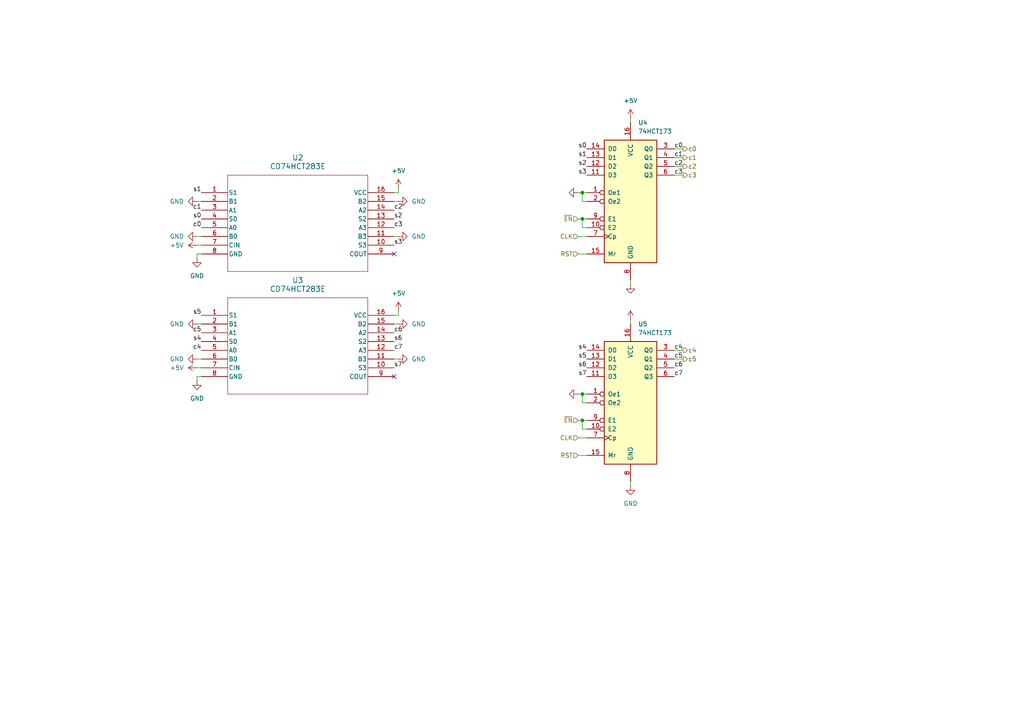
<source format=kicad_sch>
(kicad_sch (version 20231120) (generator "eeschema") (generator_version "8.0")
  (paper "A4")
  (lib_symbols
    (symbol "4bit_full_adder:CD74HCT283E" (pin_names (offset 0.254))
      (property "Reference" "U" (at 27.94 10.16 0))
      (property "Value" "CD74HCT283E" (at 27.94 7.62 0))
      (symbol "CD74HCT283E_0_1"
        (polyline (pts (xy 7.62 -22.86) (xy 48.26 -22.86)) (stroke (width 0.127)))
        (polyline (pts (xy 7.62 5.08) (xy 7.62 -22.86)) (stroke (width 0.127)))
        (polyline (pts (xy 48.26 -22.86) (xy 48.26 5.08)) (stroke (width 0.127)))
        (polyline (pts (xy 48.26 5.08) (xy 7.62 5.08)) (stroke (width 0.127)))
        (pin output line (at 0 0 0) (length 7.62) (name "S1") (number "1"))
        (pin output line (at 55.88 -15.24 180) (length 7.62) (name "S3") (number "10"))
        (pin input line (at 55.88 -12.7 180) (length 7.62) (name "B3") (number "11"))
        (pin input line (at 55.88 -10.16 180) (length 7.62) (name "A3") (number "12"))
        (pin output line (at 55.88 -7.62 180) (length 7.62) (name "S2") (number "13"))
        (pin input line (at 55.88 -5.08 180) (length 7.62) (name "A2") (number "14"))
        (pin input line (at 55.88 -2.54 180) (length 7.62) (name "B2") (number "15"))
        (pin power_in line (at 55.88 0 180) (length 7.62) (name "VCC") (number "16"))
        (pin input line (at 0 -2.54 0) (length 7.62) (name "B1") (number "2"))
        (pin input line (at 0 -5.08 0) (length 7.62) (name "A1") (number "3"))
        (pin output line (at 0 -7.62 0) (length 7.62) (name "S0") (number "4"))
        (pin input line (at 0 -10.16 0) (length 7.62) (name "A0") (number "5"))
        (pin input line (at 0 -12.7 0) (length 7.62) (name "B0") (number "6"))
        (pin input line (at 0 -15.24 0) (length 7.62) (name "CIN") (number "7"))
        (pin power_in line (at 0 -17.78 0) (length 7.62) (name "GND") (number "8"))
        (pin output line (at 55.88 -17.78 180) (length 7.62) (name "COUT") (number "9"))
      )
    )
    (symbol "74xx:74HCT173" (pin_names (offset 1.016))
      (property "Reference" "U" (at -7.62 19.05 0))
      (property "Value" "74HCT173" (at -7.62 -19.05 0))
      (symbol "74HCT173_1_0"
        (pin input inverted (at -12.7 2.54 0) (length 5.08) (name "Oe1") (number "1"))
        (pin input inverted (at -12.7 -7.62 0) (length 5.08) (name "E2") (number "10"))
        (pin input line (at -12.7 7.62 0) (length 5.08) (name "D3") (number "11"))
        (pin input line (at -12.7 10.16 0) (length 5.08) (name "D2") (number "12"))
        (pin input line (at -12.7 12.7 0) (length 5.08) (name "D1") (number "13"))
        (pin input line (at -12.7 15.24 0) (length 5.08) (name "D0") (number "14"))
        (pin input line (at -12.7 -15.24 0) (length 5.08) (name "Mr") (number "15"))
        (pin power_in line (at 0 22.86 270) (length 5.08) (name "VCC") (number "16"))
        (pin input inverted (at -12.7 0 0) (length 5.08) (name "Oe2") (number "2"))
        (pin tri_state line (at 12.7 15.24 180) (length 5.08) (name "Q0") (number "3"))
        (pin tri_state line (at 12.7 12.7 180) (length 5.08) (name "Q1") (number "4"))
        (pin tri_state line (at 12.7 10.16 180) (length 5.08) (name "Q2") (number "5"))
        (pin tri_state line (at 12.7 7.62 180) (length 5.08) (name "Q3") (number "6"))
        (pin input clock (at -12.7 -10.16 0) (length 5.08) (name "Cp") (number "7"))
        (pin power_in line (at 0 -22.86 90) (length 5.08) (name "GND") (number "8"))
        (pin input inverted (at -12.7 -5.08 0) (length 5.08) (name "E1") (number "9"))
      )
      (symbol "74HCT173_1_1"
        (rectangle (start -7.62 17.78) (end 7.62 -17.78) (stroke (width 0.254)) (fill (type background)))
      )
    )
    (symbol "power:+5V" (power) (pin_numbers hide) (pin_names (offset 0) hide)
      (property "Value" "+5V" (at 0 3.556 0))
      (symbol "+5V_0_1"
        (polyline (pts (xy -0.762 1.27) (xy 0 2.54)))
        (polyline (pts (xy 0 0) (xy 0 2.54)))
        (polyline (pts (xy 0 2.54) (xy 0.762 1.27)))
      )
      (symbol "+5V_1_1"
        (pin power_in line (at 0 0 90) (length 0) (name "~") (number "1"))
      )
    )
    (symbol "power:GND" (power) (pin_numbers hide) (pin_names (offset 0) hide)
      (property "Value" "GND" (at 0 -3.81 0))
      (symbol "GND_0_1"
        (polyline (pts (xy 0 0) (xy 0 -1.27) (xy 1.27 -1.27) (xy 0 -2.54) (xy -1.27 -1.27) (xy 0 -1.27)))
      )
      (symbol "GND_1_1"
        (pin power_in line (at 0 0 270) (length 0) (name "~") (number "1"))
      )
    )
  )
  (junction (at 168.91 63.5))
  (junction (at 168.91 114.3))
  (junction (at 168.91 121.92))
  (junction (at 168.91 55.88))
  (no_connect (at 114.3 73.66))
  (no_connect (at 114.3 109.22))
  (wire (pts (xy 57.15 71.12) (xy 58.42 71.12)))
  (wire (pts (xy 168.91 63.5) (xy 168.91 66.04)))
  (wire (pts (xy 170.18 124.46) (xy 168.91 124.46)))
  (wire (pts (xy 57.15 68.58) (xy 58.42 68.58)))
  (wire (pts (xy 115.57 55.88) (xy 114.3 55.88)))
  (wire (pts (xy 57.15 73.66) (xy 58.42 73.66)))
  (wire (pts (xy 167.64 68.58) (xy 170.18 68.58)))
  (wire (pts (xy 167.64 121.92) (xy 168.91 121.92)))
  (wire (pts (xy 170.18 66.04) (xy 168.91 66.04)))
  (wire (pts (xy 182.88 34.29) (xy 182.88 35.56)))
  (wire (pts (xy 168.91 63.5) (xy 170.18 63.5)))
  (wire (pts (xy 168.91 58.42) (xy 168.91 55.88)))
  (wire (pts (xy 195.58 104.14) (xy 198.12 104.14)))
  (wire (pts (xy 167.64 63.5) (xy 168.91 63.5)))
  (wire (pts (xy 167.64 132.08) (xy 170.18 132.08)))
  (wire (pts (xy 57.15 104.14) (xy 58.42 104.14)))
  (wire (pts (xy 115.57 91.44) (xy 114.3 91.44)))
  (wire (pts (xy 195.58 45.72) (xy 198.12 45.72)))
  (wire (pts (xy 195.58 101.6) (xy 198.12 101.6)))
  (wire (pts (xy 167.64 73.66) (xy 170.18 73.66)))
  (wire (pts (xy 114.3 93.98) (xy 115.57 93.98)))
  (wire (pts (xy 168.91 116.84) (xy 168.91 114.3)))
  (wire (pts (xy 167.64 114.3) (xy 168.91 114.3)))
  (wire (pts (xy 182.88 139.7) (xy 182.88 140.97)))
  (wire (pts (xy 114.3 58.42) (xy 115.57 58.42)))
  (wire (pts (xy 57.15 74.93) (xy 57.15 73.66)))
  (wire (pts (xy 167.64 127) (xy 170.18 127)))
  (wire (pts (xy 195.58 43.18) (xy 198.12 43.18)))
  (wire (pts (xy 57.15 109.22) (xy 58.42 109.22)))
  (wire (pts (xy 168.91 121.92) (xy 170.18 121.92)))
  (wire (pts (xy 170.18 116.84) (xy 168.91 116.84)))
  (wire (pts (xy 168.91 114.3) (xy 170.18 114.3)))
  (wire (pts (xy 168.91 55.88) (xy 170.18 55.88)))
  (wire (pts (xy 57.15 58.42) (xy 58.42 58.42)))
  (wire (pts (xy 115.57 54.61) (xy 115.57 55.88)))
  (wire (pts (xy 115.57 90.17) (xy 115.57 91.44)))
  (wire (pts (xy 57.15 106.68) (xy 58.42 106.68)))
  (wire (pts (xy 182.88 92.71) (xy 182.88 93.98)))
  (wire (pts (xy 167.64 55.88) (xy 168.91 55.88)))
  (wire (pts (xy 195.58 48.26) (xy 198.12 48.26)))
  (wire (pts (xy 57.15 93.98) (xy 58.42 93.98)))
  (wire (pts (xy 182.88 81.28) (xy 182.88 82.55)))
  (wire (pts (xy 168.91 121.92) (xy 168.91 124.46)))
  (wire (pts (xy 195.58 50.8) (xy 198.12 50.8)))
  (wire (pts (xy 170.18 58.42) (xy 168.91 58.42)))
  (wire (pts (xy 114.3 104.14) (xy 115.57 104.14)))
  (wire (pts (xy 114.3 68.58) (xy 115.57 68.58)))
  (wire (pts (xy 57.15 110.49) (xy 57.15 109.22)))
  (label "c4" (at 58.42 101.6 180))
  (label "s1" (at 58.42 55.88 180))
  (label "s7" (at 170.18 109.22 180))
  (label "c3" (at 114.3 66.04 0))
  (label "c6" (at 195.58 106.68 0))
  (label "s2" (at 114.3 63.5 0))
  (label "c5" (at 58.42 96.52 180))
  (label "c6" (at 114.3 96.52 0))
  (label "s0" (at 58.42 63.5 180))
  (label "c1" (at 195.58 45.72 0))
  (label "s4" (at 170.18 101.6 180))
  (label "s2" (at 170.18 48.26 180))
  (label "c2" (at 195.58 48.26 0))
  (label "s7" (at 114.3 106.68 0))
  (label "s4" (at 58.42 99.06 180))
  (label "s3" (at 170.18 50.8 180))
  (label "c2" (at 114.3 60.96 0))
  (label "c5" (at 195.58 104.14 0))
  (label "s5" (at 170.18 104.14 180))
  (label "c1" (at 58.42 60.96 180))
  (label "s5" (at 58.42 91.44 180))
  (label "c7" (at 114.3 101.6 0))
  (label "s0" (at 170.18 43.18 180))
  (label "s1" (at 170.18 45.72 180))
  (label "c7" (at 195.58 109.22 0))
  (label "s6" (at 170.18 106.68 180))
  (label "s3" (at 114.3 71.12 0))
  (label "c3" (at 195.58 50.8 0))
  (label "c0" (at 195.58 43.18 0))
  (label "s6" (at 114.3 99.06 0))
  (label "c0" (at 58.42 66.04 180))
  (label "c4" (at 195.58 101.6 0))
  (hierarchical_label "CLK" (shape input) (at 167.64 127 180))
  (hierarchical_label "~{EN}" (shape input) (at 167.64 121.92 180))
  (hierarchical_label "c0" (shape output) (at 198.12 43.18 0))
  (hierarchical_label "c2" (shape output) (at 198.12 48.26 0))
  (hierarchical_label "RST" (shape input) (at 167.64 73.66 180))
  (hierarchical_label "c4" (shape output) (at 198.12 101.6 0))
  (hierarchical_label "CLK" (shape input) (at 167.64 68.58 180))
  (hierarchical_label "c3" (shape output) (at 198.12 50.8 0))
  (hierarchical_label "c5" (shape output) (at 198.12 104.14 0))
  (hierarchical_label "RST" (shape input) (at 167.64 132.08 180))
  (hierarchical_label "c1" (shape output) (at 198.12 45.72 0))
  (hierarchical_label "~{EN}" (shape input) (at 167.64 63.5 180))
  (symbol (lib_id "power:GND") (at 57.15 110.49 0) (unit 1)
    (property "Reference" "#PWR020" (effects (hide yes)))
    (property "Value" "GND" (at 57.15 115.57 0))
    (property "Description" "Power symbol creates a global label with name \"GND\" , ground" (effects (hide yes)))
  )
  (symbol (lib_id "power:GND") (at 115.57 68.58 90) (unit 1)
    (property "Reference" "#PWR023" (effects (hide yes)))
    (property "Value" "GND" (at 119.38 68.5799 90) (effects (justify right)))
    (property "Description" "Power symbol creates a global label with name \"GND\" , ground" (effects (hide yes)))
  )
  (symbol (lib_id "power:GND") (at 115.57 58.42 90) (unit 1)
    (property "Reference" "#PWR022" (effects (hide yes)))
    (property "Value" "GND" (at 119.38 58.4199 90) (effects (justify right)))
    (property "Description" "Power symbol creates a global label with name \"GND\" , ground" (effects (hide yes)))
  )
  (symbol (lib_id "power:GND") (at 57.15 58.42 270) (unit 1)
    (property "Reference" "#PWR013" (effects (hide yes)))
    (property "Value" "GND" (at 53.34 58.4199 90) (effects (justify right)))
    (property "Description" "Power symbol creates a global label with name \"GND\" , ground" (effects (hide yes)))
  )
  (symbol (lib_id "power:+5V") (at 57.15 106.68 90) (unit 1)
    (property "Reference" "#PWR019" (effects (hide yes)))
    (property "Value" "+5V" (at 53.34 106.6799 90) (effects (justify left)))
    (property "Description" "Power symbol creates a global label with name \"+5V\"" (effects (hide yes)))
  )
  (symbol (lib_id "power:GND") (at 167.64 55.88 270) (unit 1)
    (property "Reference" "#PWR027" (effects (hide yes)))
    (property "Value" "GND" (effects (hide yes)))
    (property "Description" "Power symbol creates a global label with name \"GND\" , ground" (effects (hide yes)))
  )
  (symbol (lib_id "power:GND") (at 57.15 93.98 270) (unit 1)
    (property "Reference" "#PWR017" (effects (hide yes)))
    (property "Value" "GND" (at 53.34 93.9799 90) (effects (justify right)))
    (property "Description" "Power symbol creates a global label with name \"GND\" , ground" (effects (hide yes)))
  )
  (symbol (lib_id "power:GND") (at 57.15 74.93 0) (unit 1)
    (property "Reference" "#PWR016" (effects (hide yes)))
    (property "Value" "GND" (at 57.15 80.01 0))
    (property "Description" "Power symbol creates a global label with name \"GND\" , ground" (effects (hide yes)))
  )
  (symbol (lib_id "74xx:74HCT173") (at 182.88 58.42 0) (unit 1)
    (property "Reference" "U4" (at 185.0741 35.56 0) (effects (justify left)))
    (property "Value" "74HCT173" (at 185.0741 38.1 0) (effects (justify left)))
    (property "Datasheet" "https://www.ti.com/lit/ds/symlink/cd74hc173.pdf" (effects (hide yes)))
    (property "Description" "4-bit D-type Register, 3 state out" (effects (hide yes)))
  )
  (symbol (lib_id "power:+5V") (at 57.15 71.12 90) (unit 1)
    (property "Reference" "#PWR015" (effects (hide yes)))
    (property "Value" "+5V" (at 53.34 71.1199 90) (effects (justify left)))
    (property "Description" "Power symbol creates a global label with name \"+5V\"" (effects (hide yes)))
  )
  (symbol (lib_id "power:GND") (at 167.64 114.3 270) (unit 1)
    (property "Reference" "#PWR028" (effects (hide yes)))
    (property "Value" "GND" (effects (hide yes)))
    (property "Description" "Power symbol creates a global label with name \"GND\" , ground" (effects (hide yes)))
  )
  (symbol (lib_id "power:GND") (at 57.15 104.14 270) (unit 1)
    (property "Reference" "#PWR018" (effects (hide yes)))
    (property "Value" "GND" (at 53.34 104.1399 90) (effects (justify right)))
    (property "Description" "Power symbol creates a global label with name \"GND\" , ground" (effects (hide yes)))
  )
  (symbol (lib_id "power:+5V") (at 115.57 54.61 0) (unit 1)
    (property "Reference" "#PWR021" (effects (hide yes)))
    (property "Value" "+5V" (at 115.57 49.53 0))
    (property "Description" "Power symbol creates a global label with name \"+5V\"" (effects (hide yes)))
  )
  (symbol (lib_id "power:+5V") (at 182.88 92.71 0) (unit 1)
    (property "Reference" "#PWR031" (effects (hide yes)))
    (property "Value" "+5V" (effects (hide yes)))
    (property "Description" "Power symbol creates a global label with name \"+5V\"" (effects (hide yes)))
  )
  (symbol (lib_id "power:GND") (at 57.15 68.58 270) (unit 1)
    (property "Reference" "#PWR014" (effects (hide yes)))
    (property "Value" "GND" (at 53.34 68.5799 90) (effects (justify right)))
    (property "Description" "Power symbol creates a global label with name \"GND\" , ground" (effects (hide yes)))
  )
  (symbol (lib_id "power:GND") (at 115.57 93.98 90) (unit 1)
    (property "Reference" "#PWR025" (effects (hide yes)))
    (property "Value" "GND" (at 119.38 93.9799 90) (effects (justify right)))
    (property "Description" "Power symbol creates a global label with name \"GND\" , ground" (effects (hide yes)))
  )
  (symbol (lib_id "4bit_full_adder:CD74HCT283E") (at 58.42 55.88 0) (unit 1)
    (property "Reference" "U2" (at 86.36 45.72 0) (effects (font (size 1.524 1.524))))
    (property "Value" "CD74HCT283E" (at 86.36 48.26 0) (effects (font (size 1.524 1.524))))
    (property "Datasheet" "CD74HCT283E" (effects (hide yes)))
  )
  (symbol (lib_id "4bit_full_adder:CD74HCT283E") (at 58.42 91.44 0) (unit 1)
    (property "Reference" "U3" (at 86.36 81.28 0) (effects (font (size 1.524 1.524))))
    (property "Value" "CD74HCT283E" (at 86.36 83.82 0) (effects (font (size 1.524 1.524))))
    (property "Datasheet" "CD74HCT283E" (effects (hide yes)))
  )
  (symbol (lib_id "power:GND") (at 182.88 140.97 0) (unit 1)
    (property "Reference" "#PWR032" (effects (hide yes)))
    (property "Value" "GND" (at 182.88 146.05 0))
    (property "Description" "Power symbol creates a global label with name \"GND\" , ground" (effects (hide yes)))
  )
  (symbol (lib_id "74xx:74HCT173") (at 182.88 116.84 0) (unit 1)
    (property "Reference" "U5" (at 185.0741 93.98 0) (effects (justify left)))
    (property "Value" "74HCT173" (at 185.0741 96.52 0) (effects (justify left)))
    (property "Datasheet" "https://www.ti.com/lit/ds/symlink/cd74hc173.pdf" (effects (hide yes)))
    (property "Description" "4-bit D-type Register, 3 state out" (effects (hide yes)))
  )
  (symbol (lib_id "power:GND") (at 115.57 104.14 90) (unit 1)
    (property "Reference" "#PWR026" (effects (hide yes)))
    (property "Value" "GND" (at 119.38 104.1399 90) (effects (justify right)))
    (property "Description" "Power symbol creates a global label with name \"GND\" , ground" (effects (hide yes)))
  )
  (symbol (lib_id "power:+5V") (at 115.57 90.17 0) (unit 1)
    (property "Reference" "#PWR024" (effects (hide yes)))
    (property "Value" "+5V" (at 115.57 85.09 0))
    (property "Description" "Power symbol creates a global label with name \"+5V\"" (effects (hide yes)))
  )
  (symbol (lib_id "power:GND") (at 182.88 82.55 0) (unit 1)
    (property "Reference" "#PWR030" (effects (hide yes)))
    (property "Value" "GND" (effects (hide yes)))
    (property "Description" "Power symbol creates a global label with name \"GND\" , ground" (effects (hide yes)))
  )
  (symbol (lib_id "power:+5V") (at 182.88 34.29 0) (unit 1)
    (property "Reference" "#PWR029" (effects (hide yes)))
    (property "Value" "+5V" (at 182.88 29.21 0))
    (property "Description" "Power symbol creates a global label with name \"+5V\"" (effects (hide yes)))
  )
)
</source>
